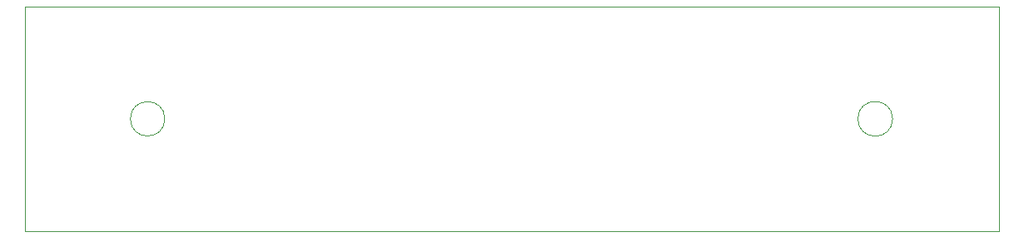
<source format=gbr>
G04 #@! TF.FileFunction,Profile,NP*
%FSLAX46Y46*%
G04 Gerber Fmt 4.6, Leading zero omitted, Abs format (unit mm)*
G04 Created by KiCad (PCBNEW 4.0.1-stable) date 2017年02月15日水曜日 20:21:17*
%MOMM*%
G01*
G04 APERTURE LIST*
%ADD10C,0.100000*%
G04 APERTURE END LIST*
D10*
X184767767Y-94000000D02*
G75*
G03X184767767Y-94000000I-1767767J0D01*
G01*
X110750000Y-94000000D02*
G75*
G03X110750000Y-94000000I-1750000J0D01*
G01*
X195580000Y-105410000D02*
X96520000Y-105410000D01*
X96520000Y-82550000D02*
X195580000Y-82550000D01*
X195580000Y-105410000D02*
X195580000Y-82550000D01*
X96520000Y-82550000D02*
X96520000Y-105410000D01*
M02*

</source>
